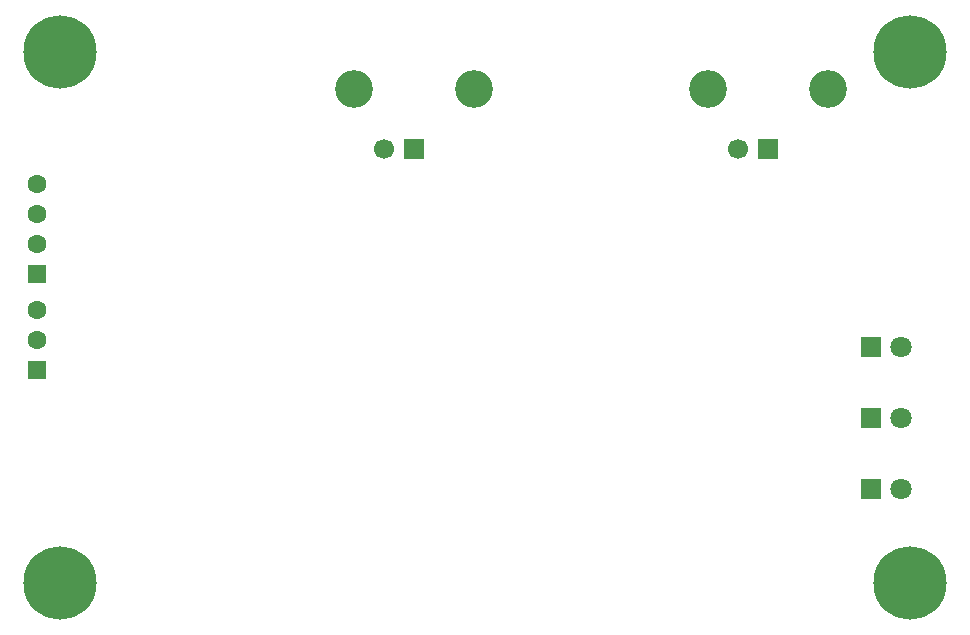
<source format=gbs>
G04 (created by PCBNEW (2013-04-05 BZR 4064)-testing) date 09/08/2013 13:01:54*
%MOIN*%
G04 Gerber Fmt 3.4, Leading zero omitted, Abs format*
%FSLAX34Y34*%
G01*
G70*
G90*
G04 APERTURE LIST*
%ADD10C,0.00393701*%
%ADD11C,0.125984*%
%ADD12R,0.0669291X0.0669291*%
%ADD13C,0.0669291*%
%ADD14R,0.0629764X0.0629764*%
%ADD15C,0.0629724*%
%ADD16R,0.062874X0.062874*%
%ADD17C,0.062874*%
%ADD18R,0.0708661X0.0708661*%
%ADD19C,0.0708661*%
%ADD20C,0.244075*%
G04 APERTURE END LIST*
G54D10*
G54D11*
X91370Y-42566D03*
X87370Y-42566D03*
G54D12*
X89370Y-44566D03*
G54D13*
X88370Y-44566D03*
G54D11*
X79559Y-42566D03*
X75559Y-42566D03*
G54D12*
X77559Y-44566D03*
G54D13*
X76559Y-44566D03*
G54D14*
X65000Y-48744D03*
G54D15*
X65000Y-47744D03*
X65000Y-46744D03*
X65000Y-45744D03*
G54D16*
X65000Y-51944D03*
G54D17*
X65000Y-50944D03*
X65000Y-49944D03*
G54D18*
X92807Y-53543D03*
G54D19*
X93807Y-53543D03*
G54D18*
X92807Y-51181D03*
G54D19*
X93807Y-51181D03*
G54D18*
X92807Y-55905D03*
G54D19*
X93807Y-55905D03*
G54D20*
X94094Y-41338D03*
X94094Y-59055D03*
X65748Y-59055D03*
X65748Y-41338D03*
M02*

</source>
